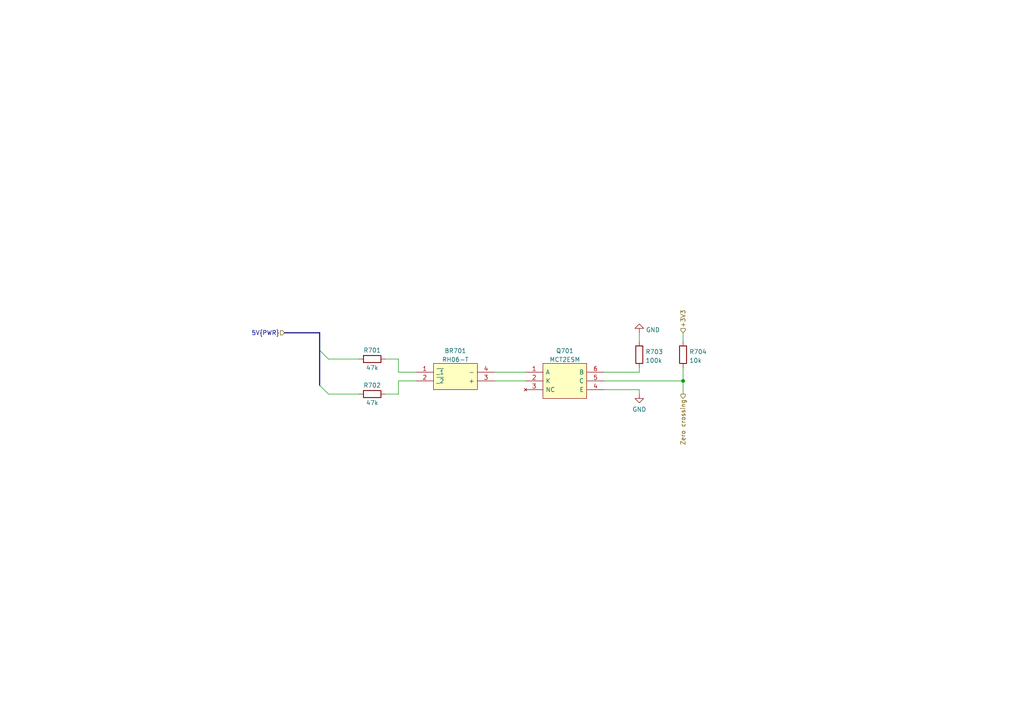
<source format=kicad_sch>
(kicad_sch (version 20211123) (generator eeschema)
  (paper "A4")
  (lib_symbols
    (symbol "Device:R" (pin_numbers hide) (pin_names (offset 0))
      (property "Reference" "R" (at 2.032 0 90))
      (property "Value" "R" (at 0 0 90))
      (symbol "R_0_1"
        (rectangle (start -1.016 -2.54) (end 1.016 2.54) (stroke (width 0.254)))
      )
      (symbol "R_1_1"
        (pin passive line (at 0 3.81 270) (length 1.27) (name "~") (number "1"))
        (pin passive line (at 0 -3.81 90) (length 1.27) (name "~") (number "2"))
      )
    )
    (symbol "OxySwitch:MCT2ESM" (pin_names (offset 0.762))
      (property "Reference" "Q" (at 19.05 7.62 0))
      (property "Value" "MCT2ESM" (at 19.05 5.08 0))
      (symbol "MCT2ESM_0_0"
        (pin passive line (at 0 0 0) (length 5.08) (name "A") (number "1"))
        (pin passive line (at 0 -2.54 0) (length 5.08) (name "K") (number "2"))
        (pin no_connect line (at 0 -5.08 0) (length 5.08) (name "NC") (number "3"))
        (pin passive line (at 22.86 -5.08 180) (length 5.08) (name "E") (number "4"))
        (pin passive line (at 22.86 -2.54 180) (length 5.08) (name "C") (number "5"))
        (pin passive line (at 22.86 0 180) (length 5.08) (name "B") (number "6"))
      )
      (symbol "MCT2ESM_0_1"
        (polyline (pts (xy 5.08 2.54) (xy 17.78 2.54) (xy 17.78 -7.62) (xy 5.08 -7.62) (xy 5.08 2.54)) (stroke (width 0.1524)) (fill (type background)))
      )
    )
    (symbol "OxySwitch:RH06-T" (pin_names (offset 0.762))
      (property "Reference" "BR" (at 19.05 7.62 0))
      (property "Value" "RH06-T" (at 19.05 5.08 0))
      (symbol "RH06-T_0_0"
        (pin passive line (at 0 0 0) (length 5.08) (name "~{_1}") (number "1"))
        (pin passive line (at 0 -2.54 0) (length 5.08) (name "~{_2}") (number "2"))
        (pin passive line (at 22.86 -2.54 180) (length 5.08) (name "+") (number "3"))
        (pin power_out line (at 22.86 0 180) (length 5.08) (name "-") (number "4"))
      )
      (symbol "RH06-T_0_1"
        (polyline (pts (xy 5.08 2.54) (xy 17.78 2.54) (xy 17.78 -5.08) (xy 5.08 -5.08) (xy 5.08 2.54)) (stroke (width 0.1524)) (fill (type background)))
      )
    )
    (symbol "power:GND" (power) (pin_names (offset 0))
      (property "Value" "GND" (at 0 -3.81 0))
      (symbol "GND_0_1"
        (polyline (pts (xy 0 0) (xy 0 -1.27) (xy 1.27 -1.27) (xy 0 -2.54) (xy -1.27 -1.27) (xy 0 -1.27)))
      )
      (symbol "GND_1_1"
        (pin power_in line (at 0 0 270) (length 0) hide (name "GND") (number "1"))
      )
    )
  )
  (junction (at 198.12 110.49))
  (bus_entry (at 92.71 111.76) (size 2.54 2.54))
  (bus_entry (at 92.71 101.6) (size 2.54 2.54))
  (wire (pts (xy 198.12 110.49) (xy 198.12 106.68)))
  (wire (pts (xy 175.26 107.95) (xy 185.42 107.95)))
  (wire (pts (xy 185.42 107.95) (xy 185.42 106.68)))
  (wire (pts (xy 143.51 107.95) (xy 152.4 107.95)))
  (wire (pts (xy 95.25 104.14) (xy 104.14 104.14)))
  (wire (pts (xy 115.57 110.49) (xy 120.65 110.49)))
  (wire (pts (xy 111.76 104.14) (xy 115.57 104.14)))
  (wire (pts (xy 111.76 114.3) (xy 115.57 114.3)))
  (wire (pts (xy 185.42 96.52) (xy 185.42 99.06)))
  (wire (pts (xy 95.25 114.3) (xy 104.14 114.3)))
  (wire (pts (xy 115.57 107.95) (xy 120.65 107.95)))
  (wire (pts (xy 175.26 110.49) (xy 198.12 110.49)))
  (wire (pts (xy 143.51 110.49) (xy 152.4 110.49)))
  (wire (pts (xy 198.12 96.52) (xy 198.12 99.06)))
  (wire (pts (xy 115.57 114.3) (xy 115.57 110.49)))
  (bus (pts (xy 92.71 111.76) (xy 92.71 101.6)))
  (wire (pts (xy 185.42 113.03) (xy 185.42 114.3)))
  (bus (pts (xy 82.55 96.52) (xy 92.71 96.52)))
  (wire (pts (xy 198.12 110.49) (xy 198.12 114.3)))
  (bus (pts (xy 92.71 96.52) (xy 92.71 101.6)))
  (wire (pts (xy 175.26 113.03) (xy 185.42 113.03)))
  (wire (pts (xy 115.57 104.14) (xy 115.57 107.95)))
  (hierarchical_label "+3V3" (shape input) (at 198.12 96.52 90))
  (hierarchical_label "Zero crossing" (shape output) (at 198.12 114.3 270))
  (hierarchical_label "5V{PWR}" (shape input) (at 82.55 96.52 180))
  (symbol (lib_id "OxySwitch:RH06-T") (at 120.65 107.95 0) (unit 1)
    (property "Reference" "BR701" (at 132.08 101.761 0))
    (property "Value" "RH06-T" (at 132.08 104.2979 0))
    (property "Footprint" "SOP250P700X300-4N" (effects hide))
    (property "Datasheet" "https://www.diodes.com/assets/Datasheets/ds30137.pdf" (effects hide))
    (property "Description" "Bridge Rectifiers 0.5A 600V" (effects hide))
    (property "Height" "3" (effects hide))
    (property "Manufacturer_Name" "Diodes Inc." (effects hide))
    (property "Manufacturer_Part_Number" "RH06-T" (effects hide))
    (property "Mouser Part Number" "621-RH06-T" (effects hide))
    (property "Mouser Price/Stock" "https://www.mouser.co.uk/ProductDetail/Diodes-Incorporated/RH06-T?qs=sxN%252BoM2fis%2FIz4Q66ep0xQ%3D%3D" (effects hide))
    (property "Arrow Part Number" "RH06-T" (effects hide))
    (property "Arrow Price/Stock" "https://www.arrow.com/en/products/rh06-t/diodes-incorporated?region=nac" (effects hide))
  )
  (symbol (lib_id "power:GND") (at 185.42 114.3 0) (unit 1)
    (property "Reference" "#PWR0702" (effects hide))
    (property "Value" "GND" (at 185.42 118.7434 0))
  )
  (symbol (lib_id "Device:R") (at 185.42 102.87 0) (unit 1)
    (property "Reference" "R703" (at 187.198 102.0353 0) (effects (justify left)))
    (property "Value" "100k" (at 187.198 104.5722 0) (effects (justify left)))
  )
  (symbol (lib_id "Device:R") (at 107.95 114.3 90) (unit 1)
    (property "Reference" "R702" (at 107.95 111.76 90))
    (property "Value" "47k" (at 107.95 116.84 90))
  )
  (symbol (lib_id "Device:R") (at 198.12 102.87 0) (unit 1)
    (property "Reference" "R704" (at 199.898 102.0353 0) (effects (justify left)))
    (property "Value" "10k" (at 199.898 104.5722 0) (effects (justify left)))
  )
  (symbol (lib_id "OxySwitch:MCT2ESM") (at 152.4 107.95 0) (unit 1)
    (property "Reference" "Q701" (at 163.83 101.761 0))
    (property "Value" "MCT2ESM" (at 163.83 104.2979 0))
    (property "Footprint" "SOT254P916X480-6N" (effects hide))
    (property "Datasheet" "https://www.onsemi.com/pub/Collateral/MCT2EM-D.PDF" (effects hide))
    (property "Description" "ON Semiconductor, MCT2ESM DC Input Phototransistor Output Optocoupler, Surface Mount, 6-Pin MDIP" (effects hide))
    (property "Height" "4.8" (effects hide))
    (property "Manufacturer_Name" "onsemi" (effects hide))
    (property "Manufacturer_Part_Number" "MCT2ESM" (effects hide))
    (property "Mouser Part Number" "512-MCT2ESM" (effects hide))
    (property "Mouser Price/Stock" "https://www.mouser.co.uk/ProductDetail/ON-Semiconductor-Fairchild/MCT2ESM?qs=nW0pe8qlIZjLnc6UyUzYTw%3D%3D" (effects hide))
    (property "Arrow Part Number" "MCT2ESM" (effects hide))
    (property "Arrow Price/Stock" "https://www.arrow.com/en/products/mct2esm/on-semiconductor" (effects hide))
  )
  (symbol (lib_id "power:GND") (at 185.42 96.52 180) (unit 1)
    (property "Reference" "#PWR0701" (effects hide))
    (property "Value" "GND" (at 187.325 95.6838 0) (effects (justify right)))
  )
  (symbol (lib_id "Device:R") (at 107.95 104.14 90) (unit 1)
    (property "Reference" "R701" (at 107.95 101.6 90))
    (property "Value" "47k" (at 107.95 106.68 90))
  )
)
</source>
